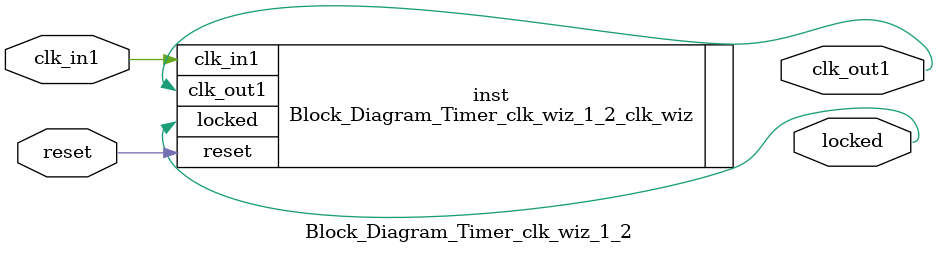
<source format=v>


`timescale 1ps/1ps

(* CORE_GENERATION_INFO = "Block_Diagram_Timer_clk_wiz_1_2,clk_wiz_v6_0_15_0_0,{component_name=Block_Diagram_Timer_clk_wiz_1_2,use_phase_alignment=true,use_min_o_jitter=false,use_max_i_jitter=false,use_dyn_phase_shift=false,use_inclk_switchover=false,use_dyn_reconfig=false,enable_axi=0,feedback_source=FDBK_AUTO,PRIMITIVE=MMCM,num_out_clk=1,clkin1_period=10.000,clkin2_period=10.000,use_power_down=false,use_reset=true,use_locked=true,use_inclk_stopped=false,feedback_type=SINGLE,CLOCK_MGR_TYPE=NA,manual_override=false}" *)

module Block_Diagram_Timer_clk_wiz_1_2 
 (
  // Clock out ports
  output        clk_out1,
  // Status and control signals
  input         reset,
  output        locked,
 // Clock in ports
  input         clk_in1
 );

  Block_Diagram_Timer_clk_wiz_1_2_clk_wiz inst
  (
  // Clock out ports  
  .clk_out1(clk_out1),
  // Status and control signals               
  .reset(reset), 
  .locked(locked),
 // Clock in ports
  .clk_in1(clk_in1)
  );

endmodule

</source>
